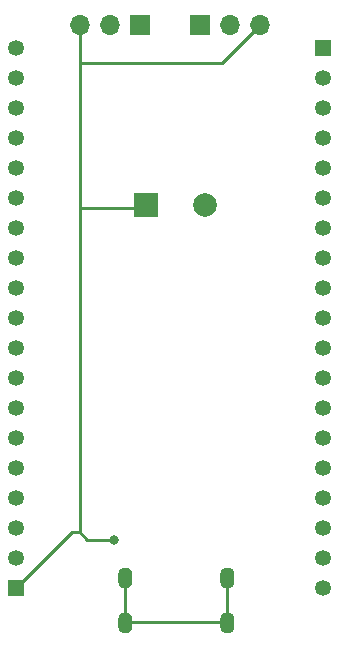
<source format=gbr>
%TF.GenerationSoftware,KiCad,Pcbnew,(5.1.12)-1*%
%TF.CreationDate,2022-08-02T20:23:38+02:00*%
%TF.ProjectId,esp32-led,65737033-322d-46c6-9564-2e6b69636164,rev?*%
%TF.SameCoordinates,Original*%
%TF.FileFunction,Copper,L1,Top*%
%TF.FilePolarity,Positive*%
%FSLAX46Y46*%
G04 Gerber Fmt 4.6, Leading zero omitted, Abs format (unit mm)*
G04 Created by KiCad (PCBNEW (5.1.12)-1) date 2022-08-02 20:23:38*
%MOMM*%
%LPD*%
G01*
G04 APERTURE LIST*
%TA.AperFunction,EtchedComponent*%
%ADD10C,0.010000*%
%TD*%
%TA.AperFunction,ComponentPad*%
%ADD11O,1.700000X1.700000*%
%TD*%
%TA.AperFunction,ComponentPad*%
%ADD12R,1.700000X1.700000*%
%TD*%
%TA.AperFunction,ComponentPad*%
%ADD13R,1.350000X1.350000*%
%TD*%
%TA.AperFunction,ComponentPad*%
%ADD14C,1.350000*%
%TD*%
%TA.AperFunction,ComponentPad*%
%ADD15O,0.800000X1.600000*%
%TD*%
%TA.AperFunction,ComponentPad*%
%ADD16C,2.000000*%
%TD*%
%TA.AperFunction,ComponentPad*%
%ADD17R,2.000000X2.000000*%
%TD*%
%TA.AperFunction,ViaPad*%
%ADD18C,0.800000*%
%TD*%
%TA.AperFunction,Conductor*%
%ADD19C,0.250000*%
%TD*%
G04 APERTURE END LIST*
D10*
%TO.C,J2*%
G36*
X171960000Y-98248000D02*
G01*
X171989000Y-98249000D01*
X172017000Y-98251000D01*
X172046000Y-98255000D01*
X172074000Y-98260000D01*
X172102000Y-98267000D01*
X172130000Y-98275000D01*
X172157000Y-98285000D01*
X172184000Y-98296000D01*
X172210000Y-98308000D01*
X172235000Y-98322000D01*
X172260000Y-98337000D01*
X172283000Y-98353000D01*
X172306000Y-98371000D01*
X172328000Y-98389000D01*
X172349000Y-98409000D01*
X172369000Y-98430000D01*
X172387000Y-98452000D01*
X172405000Y-98475000D01*
X172421000Y-98498000D01*
X172436000Y-98523000D01*
X172450000Y-98548000D01*
X172462000Y-98574000D01*
X172473000Y-98601000D01*
X172483000Y-98628000D01*
X172491000Y-98656000D01*
X172498000Y-98684000D01*
X172503000Y-98712000D01*
X172507000Y-98741000D01*
X172509000Y-98769000D01*
X172510000Y-98798000D01*
X172510000Y-99398000D01*
X172509000Y-99427000D01*
X172507000Y-99455000D01*
X172503000Y-99484000D01*
X172498000Y-99512000D01*
X172491000Y-99540000D01*
X172483000Y-99568000D01*
X172473000Y-99595000D01*
X172462000Y-99622000D01*
X172450000Y-99648000D01*
X172436000Y-99673000D01*
X172421000Y-99698000D01*
X172405000Y-99721000D01*
X172387000Y-99744000D01*
X172369000Y-99766000D01*
X172349000Y-99787000D01*
X172328000Y-99807000D01*
X172306000Y-99825000D01*
X172283000Y-99843000D01*
X172260000Y-99859000D01*
X172235000Y-99874000D01*
X172210000Y-99888000D01*
X172184000Y-99900000D01*
X172157000Y-99911000D01*
X172130000Y-99921000D01*
X172102000Y-99929000D01*
X172074000Y-99936000D01*
X172046000Y-99941000D01*
X172017000Y-99945000D01*
X171989000Y-99947000D01*
X171960000Y-99948000D01*
X171931000Y-99947000D01*
X171903000Y-99945000D01*
X171874000Y-99941000D01*
X171846000Y-99936000D01*
X171818000Y-99929000D01*
X171790000Y-99921000D01*
X171763000Y-99911000D01*
X171736000Y-99900000D01*
X171710000Y-99888000D01*
X171685000Y-99874000D01*
X171660000Y-99859000D01*
X171637000Y-99843000D01*
X171614000Y-99825000D01*
X171592000Y-99807000D01*
X171571000Y-99787000D01*
X171551000Y-99766000D01*
X171533000Y-99744000D01*
X171515000Y-99721000D01*
X171499000Y-99698000D01*
X171484000Y-99673000D01*
X171470000Y-99648000D01*
X171458000Y-99622000D01*
X171447000Y-99595000D01*
X171437000Y-99568000D01*
X171429000Y-99540000D01*
X171422000Y-99512000D01*
X171417000Y-99484000D01*
X171413000Y-99455000D01*
X171411000Y-99427000D01*
X171410000Y-99398000D01*
X171410000Y-98798000D01*
X171411000Y-98769000D01*
X171413000Y-98741000D01*
X171417000Y-98712000D01*
X171422000Y-98684000D01*
X171429000Y-98656000D01*
X171437000Y-98628000D01*
X171447000Y-98601000D01*
X171458000Y-98574000D01*
X171470000Y-98548000D01*
X171484000Y-98523000D01*
X171499000Y-98498000D01*
X171515000Y-98475000D01*
X171533000Y-98452000D01*
X171551000Y-98430000D01*
X171571000Y-98409000D01*
X171592000Y-98389000D01*
X171614000Y-98371000D01*
X171637000Y-98353000D01*
X171660000Y-98337000D01*
X171685000Y-98322000D01*
X171710000Y-98308000D01*
X171736000Y-98296000D01*
X171763000Y-98285000D01*
X171790000Y-98275000D01*
X171818000Y-98267000D01*
X171846000Y-98260000D01*
X171874000Y-98255000D01*
X171903000Y-98251000D01*
X171931000Y-98249000D01*
X171960000Y-98248000D01*
G37*
X171960000Y-98248000D02*
X171989000Y-98249000D01*
X172017000Y-98251000D01*
X172046000Y-98255000D01*
X172074000Y-98260000D01*
X172102000Y-98267000D01*
X172130000Y-98275000D01*
X172157000Y-98285000D01*
X172184000Y-98296000D01*
X172210000Y-98308000D01*
X172235000Y-98322000D01*
X172260000Y-98337000D01*
X172283000Y-98353000D01*
X172306000Y-98371000D01*
X172328000Y-98389000D01*
X172349000Y-98409000D01*
X172369000Y-98430000D01*
X172387000Y-98452000D01*
X172405000Y-98475000D01*
X172421000Y-98498000D01*
X172436000Y-98523000D01*
X172450000Y-98548000D01*
X172462000Y-98574000D01*
X172473000Y-98601000D01*
X172483000Y-98628000D01*
X172491000Y-98656000D01*
X172498000Y-98684000D01*
X172503000Y-98712000D01*
X172507000Y-98741000D01*
X172509000Y-98769000D01*
X172510000Y-98798000D01*
X172510000Y-99398000D01*
X172509000Y-99427000D01*
X172507000Y-99455000D01*
X172503000Y-99484000D01*
X172498000Y-99512000D01*
X172491000Y-99540000D01*
X172483000Y-99568000D01*
X172473000Y-99595000D01*
X172462000Y-99622000D01*
X172450000Y-99648000D01*
X172436000Y-99673000D01*
X172421000Y-99698000D01*
X172405000Y-99721000D01*
X172387000Y-99744000D01*
X172369000Y-99766000D01*
X172349000Y-99787000D01*
X172328000Y-99807000D01*
X172306000Y-99825000D01*
X172283000Y-99843000D01*
X172260000Y-99859000D01*
X172235000Y-99874000D01*
X172210000Y-99888000D01*
X172184000Y-99900000D01*
X172157000Y-99911000D01*
X172130000Y-99921000D01*
X172102000Y-99929000D01*
X172074000Y-99936000D01*
X172046000Y-99941000D01*
X172017000Y-99945000D01*
X171989000Y-99947000D01*
X171960000Y-99948000D01*
X171931000Y-99947000D01*
X171903000Y-99945000D01*
X171874000Y-99941000D01*
X171846000Y-99936000D01*
X171818000Y-99929000D01*
X171790000Y-99921000D01*
X171763000Y-99911000D01*
X171736000Y-99900000D01*
X171710000Y-99888000D01*
X171685000Y-99874000D01*
X171660000Y-99859000D01*
X171637000Y-99843000D01*
X171614000Y-99825000D01*
X171592000Y-99807000D01*
X171571000Y-99787000D01*
X171551000Y-99766000D01*
X171533000Y-99744000D01*
X171515000Y-99721000D01*
X171499000Y-99698000D01*
X171484000Y-99673000D01*
X171470000Y-99648000D01*
X171458000Y-99622000D01*
X171447000Y-99595000D01*
X171437000Y-99568000D01*
X171429000Y-99540000D01*
X171422000Y-99512000D01*
X171417000Y-99484000D01*
X171413000Y-99455000D01*
X171411000Y-99427000D01*
X171410000Y-99398000D01*
X171410000Y-98798000D01*
X171411000Y-98769000D01*
X171413000Y-98741000D01*
X171417000Y-98712000D01*
X171422000Y-98684000D01*
X171429000Y-98656000D01*
X171437000Y-98628000D01*
X171447000Y-98601000D01*
X171458000Y-98574000D01*
X171470000Y-98548000D01*
X171484000Y-98523000D01*
X171499000Y-98498000D01*
X171515000Y-98475000D01*
X171533000Y-98452000D01*
X171551000Y-98430000D01*
X171571000Y-98409000D01*
X171592000Y-98389000D01*
X171614000Y-98371000D01*
X171637000Y-98353000D01*
X171660000Y-98337000D01*
X171685000Y-98322000D01*
X171710000Y-98308000D01*
X171736000Y-98296000D01*
X171763000Y-98285000D01*
X171790000Y-98275000D01*
X171818000Y-98267000D01*
X171846000Y-98260000D01*
X171874000Y-98255000D01*
X171903000Y-98251000D01*
X171931000Y-98249000D01*
X171960000Y-98248000D01*
G36*
X163320000Y-98248000D02*
G01*
X163349000Y-98249000D01*
X163377000Y-98251000D01*
X163406000Y-98255000D01*
X163434000Y-98260000D01*
X163462000Y-98267000D01*
X163490000Y-98275000D01*
X163517000Y-98285000D01*
X163544000Y-98296000D01*
X163570000Y-98308000D01*
X163595000Y-98322000D01*
X163620000Y-98337000D01*
X163643000Y-98353000D01*
X163666000Y-98371000D01*
X163688000Y-98389000D01*
X163709000Y-98409000D01*
X163729000Y-98430000D01*
X163747000Y-98452000D01*
X163765000Y-98475000D01*
X163781000Y-98498000D01*
X163796000Y-98523000D01*
X163810000Y-98548000D01*
X163822000Y-98574000D01*
X163833000Y-98601000D01*
X163843000Y-98628000D01*
X163851000Y-98656000D01*
X163858000Y-98684000D01*
X163863000Y-98712000D01*
X163867000Y-98741000D01*
X163869000Y-98769000D01*
X163870000Y-98798000D01*
X163870000Y-99398000D01*
X163869000Y-99427000D01*
X163867000Y-99455000D01*
X163863000Y-99484000D01*
X163858000Y-99512000D01*
X163851000Y-99540000D01*
X163843000Y-99568000D01*
X163833000Y-99595000D01*
X163822000Y-99622000D01*
X163810000Y-99648000D01*
X163796000Y-99673000D01*
X163781000Y-99698000D01*
X163765000Y-99721000D01*
X163747000Y-99744000D01*
X163729000Y-99766000D01*
X163709000Y-99787000D01*
X163688000Y-99807000D01*
X163666000Y-99825000D01*
X163643000Y-99843000D01*
X163620000Y-99859000D01*
X163595000Y-99874000D01*
X163570000Y-99888000D01*
X163544000Y-99900000D01*
X163517000Y-99911000D01*
X163490000Y-99921000D01*
X163462000Y-99929000D01*
X163434000Y-99936000D01*
X163406000Y-99941000D01*
X163377000Y-99945000D01*
X163349000Y-99947000D01*
X163320000Y-99948000D01*
X163291000Y-99947000D01*
X163263000Y-99945000D01*
X163234000Y-99941000D01*
X163206000Y-99936000D01*
X163178000Y-99929000D01*
X163150000Y-99921000D01*
X163123000Y-99911000D01*
X163096000Y-99900000D01*
X163070000Y-99888000D01*
X163045000Y-99874000D01*
X163020000Y-99859000D01*
X162997000Y-99843000D01*
X162974000Y-99825000D01*
X162952000Y-99807000D01*
X162931000Y-99787000D01*
X162911000Y-99766000D01*
X162893000Y-99744000D01*
X162875000Y-99721000D01*
X162859000Y-99698000D01*
X162844000Y-99673000D01*
X162830000Y-99648000D01*
X162818000Y-99622000D01*
X162807000Y-99595000D01*
X162797000Y-99568000D01*
X162789000Y-99540000D01*
X162782000Y-99512000D01*
X162777000Y-99484000D01*
X162773000Y-99455000D01*
X162771000Y-99427000D01*
X162770000Y-99398000D01*
X162770000Y-98798000D01*
X162771000Y-98769000D01*
X162773000Y-98741000D01*
X162777000Y-98712000D01*
X162782000Y-98684000D01*
X162789000Y-98656000D01*
X162797000Y-98628000D01*
X162807000Y-98601000D01*
X162818000Y-98574000D01*
X162830000Y-98548000D01*
X162844000Y-98523000D01*
X162859000Y-98498000D01*
X162875000Y-98475000D01*
X162893000Y-98452000D01*
X162911000Y-98430000D01*
X162931000Y-98409000D01*
X162952000Y-98389000D01*
X162974000Y-98371000D01*
X162997000Y-98353000D01*
X163020000Y-98337000D01*
X163045000Y-98322000D01*
X163070000Y-98308000D01*
X163096000Y-98296000D01*
X163123000Y-98285000D01*
X163150000Y-98275000D01*
X163178000Y-98267000D01*
X163206000Y-98260000D01*
X163234000Y-98255000D01*
X163263000Y-98251000D01*
X163291000Y-98249000D01*
X163320000Y-98248000D01*
G37*
X163320000Y-98248000D02*
X163349000Y-98249000D01*
X163377000Y-98251000D01*
X163406000Y-98255000D01*
X163434000Y-98260000D01*
X163462000Y-98267000D01*
X163490000Y-98275000D01*
X163517000Y-98285000D01*
X163544000Y-98296000D01*
X163570000Y-98308000D01*
X163595000Y-98322000D01*
X163620000Y-98337000D01*
X163643000Y-98353000D01*
X163666000Y-98371000D01*
X163688000Y-98389000D01*
X163709000Y-98409000D01*
X163729000Y-98430000D01*
X163747000Y-98452000D01*
X163765000Y-98475000D01*
X163781000Y-98498000D01*
X163796000Y-98523000D01*
X163810000Y-98548000D01*
X163822000Y-98574000D01*
X163833000Y-98601000D01*
X163843000Y-98628000D01*
X163851000Y-98656000D01*
X163858000Y-98684000D01*
X163863000Y-98712000D01*
X163867000Y-98741000D01*
X163869000Y-98769000D01*
X163870000Y-98798000D01*
X163870000Y-99398000D01*
X163869000Y-99427000D01*
X163867000Y-99455000D01*
X163863000Y-99484000D01*
X163858000Y-99512000D01*
X163851000Y-99540000D01*
X163843000Y-99568000D01*
X163833000Y-99595000D01*
X163822000Y-99622000D01*
X163810000Y-99648000D01*
X163796000Y-99673000D01*
X163781000Y-99698000D01*
X163765000Y-99721000D01*
X163747000Y-99744000D01*
X163729000Y-99766000D01*
X163709000Y-99787000D01*
X163688000Y-99807000D01*
X163666000Y-99825000D01*
X163643000Y-99843000D01*
X163620000Y-99859000D01*
X163595000Y-99874000D01*
X163570000Y-99888000D01*
X163544000Y-99900000D01*
X163517000Y-99911000D01*
X163490000Y-99921000D01*
X163462000Y-99929000D01*
X163434000Y-99936000D01*
X163406000Y-99941000D01*
X163377000Y-99945000D01*
X163349000Y-99947000D01*
X163320000Y-99948000D01*
X163291000Y-99947000D01*
X163263000Y-99945000D01*
X163234000Y-99941000D01*
X163206000Y-99936000D01*
X163178000Y-99929000D01*
X163150000Y-99921000D01*
X163123000Y-99911000D01*
X163096000Y-99900000D01*
X163070000Y-99888000D01*
X163045000Y-99874000D01*
X163020000Y-99859000D01*
X162997000Y-99843000D01*
X162974000Y-99825000D01*
X162952000Y-99807000D01*
X162931000Y-99787000D01*
X162911000Y-99766000D01*
X162893000Y-99744000D01*
X162875000Y-99721000D01*
X162859000Y-99698000D01*
X162844000Y-99673000D01*
X162830000Y-99648000D01*
X162818000Y-99622000D01*
X162807000Y-99595000D01*
X162797000Y-99568000D01*
X162789000Y-99540000D01*
X162782000Y-99512000D01*
X162777000Y-99484000D01*
X162773000Y-99455000D01*
X162771000Y-99427000D01*
X162770000Y-99398000D01*
X162770000Y-98798000D01*
X162771000Y-98769000D01*
X162773000Y-98741000D01*
X162777000Y-98712000D01*
X162782000Y-98684000D01*
X162789000Y-98656000D01*
X162797000Y-98628000D01*
X162807000Y-98601000D01*
X162818000Y-98574000D01*
X162830000Y-98548000D01*
X162844000Y-98523000D01*
X162859000Y-98498000D01*
X162875000Y-98475000D01*
X162893000Y-98452000D01*
X162911000Y-98430000D01*
X162931000Y-98409000D01*
X162952000Y-98389000D01*
X162974000Y-98371000D01*
X162997000Y-98353000D01*
X163020000Y-98337000D01*
X163045000Y-98322000D01*
X163070000Y-98308000D01*
X163096000Y-98296000D01*
X163123000Y-98285000D01*
X163150000Y-98275000D01*
X163178000Y-98267000D01*
X163206000Y-98260000D01*
X163234000Y-98255000D01*
X163263000Y-98251000D01*
X163291000Y-98249000D01*
X163320000Y-98248000D01*
G36*
X171960000Y-94448000D02*
G01*
X171989000Y-94449000D01*
X172017000Y-94451000D01*
X172046000Y-94455000D01*
X172074000Y-94460000D01*
X172102000Y-94467000D01*
X172130000Y-94475000D01*
X172157000Y-94485000D01*
X172184000Y-94496000D01*
X172210000Y-94508000D01*
X172235000Y-94522000D01*
X172260000Y-94537000D01*
X172283000Y-94553000D01*
X172306000Y-94571000D01*
X172328000Y-94589000D01*
X172349000Y-94609000D01*
X172369000Y-94630000D01*
X172387000Y-94652000D01*
X172405000Y-94675000D01*
X172421000Y-94698000D01*
X172436000Y-94723000D01*
X172450000Y-94748000D01*
X172462000Y-94774000D01*
X172473000Y-94801000D01*
X172483000Y-94828000D01*
X172491000Y-94856000D01*
X172498000Y-94884000D01*
X172503000Y-94912000D01*
X172507000Y-94941000D01*
X172509000Y-94969000D01*
X172510000Y-94998000D01*
X172510000Y-95598000D01*
X172509000Y-95627000D01*
X172507000Y-95655000D01*
X172503000Y-95684000D01*
X172498000Y-95712000D01*
X172491000Y-95740000D01*
X172483000Y-95768000D01*
X172473000Y-95795000D01*
X172462000Y-95822000D01*
X172450000Y-95848000D01*
X172436000Y-95873000D01*
X172421000Y-95898000D01*
X172405000Y-95921000D01*
X172387000Y-95944000D01*
X172369000Y-95966000D01*
X172349000Y-95987000D01*
X172328000Y-96007000D01*
X172306000Y-96025000D01*
X172283000Y-96043000D01*
X172260000Y-96059000D01*
X172235000Y-96074000D01*
X172210000Y-96088000D01*
X172184000Y-96100000D01*
X172157000Y-96111000D01*
X172130000Y-96121000D01*
X172102000Y-96129000D01*
X172074000Y-96136000D01*
X172046000Y-96141000D01*
X172017000Y-96145000D01*
X171989000Y-96147000D01*
X171960000Y-96148000D01*
X171931000Y-96147000D01*
X171903000Y-96145000D01*
X171874000Y-96141000D01*
X171846000Y-96136000D01*
X171818000Y-96129000D01*
X171790000Y-96121000D01*
X171763000Y-96111000D01*
X171736000Y-96100000D01*
X171710000Y-96088000D01*
X171685000Y-96074000D01*
X171660000Y-96059000D01*
X171637000Y-96043000D01*
X171614000Y-96025000D01*
X171592000Y-96007000D01*
X171571000Y-95987000D01*
X171551000Y-95966000D01*
X171533000Y-95944000D01*
X171515000Y-95921000D01*
X171499000Y-95898000D01*
X171484000Y-95873000D01*
X171470000Y-95848000D01*
X171458000Y-95822000D01*
X171447000Y-95795000D01*
X171437000Y-95768000D01*
X171429000Y-95740000D01*
X171422000Y-95712000D01*
X171417000Y-95684000D01*
X171413000Y-95655000D01*
X171411000Y-95627000D01*
X171410000Y-95598000D01*
X171410000Y-94998000D01*
X171411000Y-94969000D01*
X171413000Y-94941000D01*
X171417000Y-94912000D01*
X171422000Y-94884000D01*
X171429000Y-94856000D01*
X171437000Y-94828000D01*
X171447000Y-94801000D01*
X171458000Y-94774000D01*
X171470000Y-94748000D01*
X171484000Y-94723000D01*
X171499000Y-94698000D01*
X171515000Y-94675000D01*
X171533000Y-94652000D01*
X171551000Y-94630000D01*
X171571000Y-94609000D01*
X171592000Y-94589000D01*
X171614000Y-94571000D01*
X171637000Y-94553000D01*
X171660000Y-94537000D01*
X171685000Y-94522000D01*
X171710000Y-94508000D01*
X171736000Y-94496000D01*
X171763000Y-94485000D01*
X171790000Y-94475000D01*
X171818000Y-94467000D01*
X171846000Y-94460000D01*
X171874000Y-94455000D01*
X171903000Y-94451000D01*
X171931000Y-94449000D01*
X171960000Y-94448000D01*
G37*
X171960000Y-94448000D02*
X171989000Y-94449000D01*
X172017000Y-94451000D01*
X172046000Y-94455000D01*
X172074000Y-94460000D01*
X172102000Y-94467000D01*
X172130000Y-94475000D01*
X172157000Y-94485000D01*
X172184000Y-94496000D01*
X172210000Y-94508000D01*
X172235000Y-94522000D01*
X172260000Y-94537000D01*
X172283000Y-94553000D01*
X172306000Y-94571000D01*
X172328000Y-94589000D01*
X172349000Y-94609000D01*
X172369000Y-94630000D01*
X172387000Y-94652000D01*
X172405000Y-94675000D01*
X172421000Y-94698000D01*
X172436000Y-94723000D01*
X172450000Y-94748000D01*
X172462000Y-94774000D01*
X172473000Y-94801000D01*
X172483000Y-94828000D01*
X172491000Y-94856000D01*
X172498000Y-94884000D01*
X172503000Y-94912000D01*
X172507000Y-94941000D01*
X172509000Y-94969000D01*
X172510000Y-94998000D01*
X172510000Y-95598000D01*
X172509000Y-95627000D01*
X172507000Y-95655000D01*
X172503000Y-95684000D01*
X172498000Y-95712000D01*
X172491000Y-95740000D01*
X172483000Y-95768000D01*
X172473000Y-95795000D01*
X172462000Y-95822000D01*
X172450000Y-95848000D01*
X172436000Y-95873000D01*
X172421000Y-95898000D01*
X172405000Y-95921000D01*
X172387000Y-95944000D01*
X172369000Y-95966000D01*
X172349000Y-95987000D01*
X172328000Y-96007000D01*
X172306000Y-96025000D01*
X172283000Y-96043000D01*
X172260000Y-96059000D01*
X172235000Y-96074000D01*
X172210000Y-96088000D01*
X172184000Y-96100000D01*
X172157000Y-96111000D01*
X172130000Y-96121000D01*
X172102000Y-96129000D01*
X172074000Y-96136000D01*
X172046000Y-96141000D01*
X172017000Y-96145000D01*
X171989000Y-96147000D01*
X171960000Y-96148000D01*
X171931000Y-96147000D01*
X171903000Y-96145000D01*
X171874000Y-96141000D01*
X171846000Y-96136000D01*
X171818000Y-96129000D01*
X171790000Y-96121000D01*
X171763000Y-96111000D01*
X171736000Y-96100000D01*
X171710000Y-96088000D01*
X171685000Y-96074000D01*
X171660000Y-96059000D01*
X171637000Y-96043000D01*
X171614000Y-96025000D01*
X171592000Y-96007000D01*
X171571000Y-95987000D01*
X171551000Y-95966000D01*
X171533000Y-95944000D01*
X171515000Y-95921000D01*
X171499000Y-95898000D01*
X171484000Y-95873000D01*
X171470000Y-95848000D01*
X171458000Y-95822000D01*
X171447000Y-95795000D01*
X171437000Y-95768000D01*
X171429000Y-95740000D01*
X171422000Y-95712000D01*
X171417000Y-95684000D01*
X171413000Y-95655000D01*
X171411000Y-95627000D01*
X171410000Y-95598000D01*
X171410000Y-94998000D01*
X171411000Y-94969000D01*
X171413000Y-94941000D01*
X171417000Y-94912000D01*
X171422000Y-94884000D01*
X171429000Y-94856000D01*
X171437000Y-94828000D01*
X171447000Y-94801000D01*
X171458000Y-94774000D01*
X171470000Y-94748000D01*
X171484000Y-94723000D01*
X171499000Y-94698000D01*
X171515000Y-94675000D01*
X171533000Y-94652000D01*
X171551000Y-94630000D01*
X171571000Y-94609000D01*
X171592000Y-94589000D01*
X171614000Y-94571000D01*
X171637000Y-94553000D01*
X171660000Y-94537000D01*
X171685000Y-94522000D01*
X171710000Y-94508000D01*
X171736000Y-94496000D01*
X171763000Y-94485000D01*
X171790000Y-94475000D01*
X171818000Y-94467000D01*
X171846000Y-94460000D01*
X171874000Y-94455000D01*
X171903000Y-94451000D01*
X171931000Y-94449000D01*
X171960000Y-94448000D01*
G36*
X163320000Y-94448000D02*
G01*
X163349000Y-94449000D01*
X163377000Y-94451000D01*
X163406000Y-94455000D01*
X163434000Y-94460000D01*
X163462000Y-94467000D01*
X163490000Y-94475000D01*
X163517000Y-94485000D01*
X163544000Y-94496000D01*
X163570000Y-94508000D01*
X163595000Y-94522000D01*
X163620000Y-94537000D01*
X163643000Y-94553000D01*
X163666000Y-94571000D01*
X163688000Y-94589000D01*
X163709000Y-94609000D01*
X163729000Y-94630000D01*
X163747000Y-94652000D01*
X163765000Y-94675000D01*
X163781000Y-94698000D01*
X163796000Y-94723000D01*
X163810000Y-94748000D01*
X163822000Y-94774000D01*
X163833000Y-94801000D01*
X163843000Y-94828000D01*
X163851000Y-94856000D01*
X163858000Y-94884000D01*
X163863000Y-94912000D01*
X163867000Y-94941000D01*
X163869000Y-94969000D01*
X163870000Y-94998000D01*
X163870000Y-95598000D01*
X163869000Y-95627000D01*
X163867000Y-95655000D01*
X163863000Y-95684000D01*
X163858000Y-95712000D01*
X163851000Y-95740000D01*
X163843000Y-95768000D01*
X163833000Y-95795000D01*
X163822000Y-95822000D01*
X163810000Y-95848000D01*
X163796000Y-95873000D01*
X163781000Y-95898000D01*
X163765000Y-95921000D01*
X163747000Y-95944000D01*
X163729000Y-95966000D01*
X163709000Y-95987000D01*
X163688000Y-96007000D01*
X163666000Y-96025000D01*
X163643000Y-96043000D01*
X163620000Y-96059000D01*
X163595000Y-96074000D01*
X163570000Y-96088000D01*
X163544000Y-96100000D01*
X163517000Y-96111000D01*
X163490000Y-96121000D01*
X163462000Y-96129000D01*
X163434000Y-96136000D01*
X163406000Y-96141000D01*
X163377000Y-96145000D01*
X163349000Y-96147000D01*
X163320000Y-96148000D01*
X163291000Y-96147000D01*
X163263000Y-96145000D01*
X163234000Y-96141000D01*
X163206000Y-96136000D01*
X163178000Y-96129000D01*
X163150000Y-96121000D01*
X163123000Y-96111000D01*
X163096000Y-96100000D01*
X163070000Y-96088000D01*
X163045000Y-96074000D01*
X163020000Y-96059000D01*
X162997000Y-96043000D01*
X162974000Y-96025000D01*
X162952000Y-96007000D01*
X162931000Y-95987000D01*
X162911000Y-95966000D01*
X162893000Y-95944000D01*
X162875000Y-95921000D01*
X162859000Y-95898000D01*
X162844000Y-95873000D01*
X162830000Y-95848000D01*
X162818000Y-95822000D01*
X162807000Y-95795000D01*
X162797000Y-95768000D01*
X162789000Y-95740000D01*
X162782000Y-95712000D01*
X162777000Y-95684000D01*
X162773000Y-95655000D01*
X162771000Y-95627000D01*
X162770000Y-95598000D01*
X162770000Y-94998000D01*
X162771000Y-94969000D01*
X162773000Y-94941000D01*
X162777000Y-94912000D01*
X162782000Y-94884000D01*
X162789000Y-94856000D01*
X162797000Y-94828000D01*
X162807000Y-94801000D01*
X162818000Y-94774000D01*
X162830000Y-94748000D01*
X162844000Y-94723000D01*
X162859000Y-94698000D01*
X162875000Y-94675000D01*
X162893000Y-94652000D01*
X162911000Y-94630000D01*
X162931000Y-94609000D01*
X162952000Y-94589000D01*
X162974000Y-94571000D01*
X162997000Y-94553000D01*
X163020000Y-94537000D01*
X163045000Y-94522000D01*
X163070000Y-94508000D01*
X163096000Y-94496000D01*
X163123000Y-94485000D01*
X163150000Y-94475000D01*
X163178000Y-94467000D01*
X163206000Y-94460000D01*
X163234000Y-94455000D01*
X163263000Y-94451000D01*
X163291000Y-94449000D01*
X163320000Y-94448000D01*
G37*
X163320000Y-94448000D02*
X163349000Y-94449000D01*
X163377000Y-94451000D01*
X163406000Y-94455000D01*
X163434000Y-94460000D01*
X163462000Y-94467000D01*
X163490000Y-94475000D01*
X163517000Y-94485000D01*
X163544000Y-94496000D01*
X163570000Y-94508000D01*
X163595000Y-94522000D01*
X163620000Y-94537000D01*
X163643000Y-94553000D01*
X163666000Y-94571000D01*
X163688000Y-94589000D01*
X163709000Y-94609000D01*
X163729000Y-94630000D01*
X163747000Y-94652000D01*
X163765000Y-94675000D01*
X163781000Y-94698000D01*
X163796000Y-94723000D01*
X163810000Y-94748000D01*
X163822000Y-94774000D01*
X163833000Y-94801000D01*
X163843000Y-94828000D01*
X163851000Y-94856000D01*
X163858000Y-94884000D01*
X163863000Y-94912000D01*
X163867000Y-94941000D01*
X163869000Y-94969000D01*
X163870000Y-94998000D01*
X163870000Y-95598000D01*
X163869000Y-95627000D01*
X163867000Y-95655000D01*
X163863000Y-95684000D01*
X163858000Y-95712000D01*
X163851000Y-95740000D01*
X163843000Y-95768000D01*
X163833000Y-95795000D01*
X163822000Y-95822000D01*
X163810000Y-95848000D01*
X163796000Y-95873000D01*
X163781000Y-95898000D01*
X163765000Y-95921000D01*
X163747000Y-95944000D01*
X163729000Y-95966000D01*
X163709000Y-95987000D01*
X163688000Y-96007000D01*
X163666000Y-96025000D01*
X163643000Y-96043000D01*
X163620000Y-96059000D01*
X163595000Y-96074000D01*
X163570000Y-96088000D01*
X163544000Y-96100000D01*
X163517000Y-96111000D01*
X163490000Y-96121000D01*
X163462000Y-96129000D01*
X163434000Y-96136000D01*
X163406000Y-96141000D01*
X163377000Y-96145000D01*
X163349000Y-96147000D01*
X163320000Y-96148000D01*
X163291000Y-96147000D01*
X163263000Y-96145000D01*
X163234000Y-96141000D01*
X163206000Y-96136000D01*
X163178000Y-96129000D01*
X163150000Y-96121000D01*
X163123000Y-96111000D01*
X163096000Y-96100000D01*
X163070000Y-96088000D01*
X163045000Y-96074000D01*
X163020000Y-96059000D01*
X162997000Y-96043000D01*
X162974000Y-96025000D01*
X162952000Y-96007000D01*
X162931000Y-95987000D01*
X162911000Y-95966000D01*
X162893000Y-95944000D01*
X162875000Y-95921000D01*
X162859000Y-95898000D01*
X162844000Y-95873000D01*
X162830000Y-95848000D01*
X162818000Y-95822000D01*
X162807000Y-95795000D01*
X162797000Y-95768000D01*
X162789000Y-95740000D01*
X162782000Y-95712000D01*
X162777000Y-95684000D01*
X162773000Y-95655000D01*
X162771000Y-95627000D01*
X162770000Y-95598000D01*
X162770000Y-94998000D01*
X162771000Y-94969000D01*
X162773000Y-94941000D01*
X162777000Y-94912000D01*
X162782000Y-94884000D01*
X162789000Y-94856000D01*
X162797000Y-94828000D01*
X162807000Y-94801000D01*
X162818000Y-94774000D01*
X162830000Y-94748000D01*
X162844000Y-94723000D01*
X162859000Y-94698000D01*
X162875000Y-94675000D01*
X162893000Y-94652000D01*
X162911000Y-94630000D01*
X162931000Y-94609000D01*
X162952000Y-94589000D01*
X162974000Y-94571000D01*
X162997000Y-94553000D01*
X163020000Y-94537000D01*
X163045000Y-94522000D01*
X163070000Y-94508000D01*
X163096000Y-94496000D01*
X163123000Y-94485000D01*
X163150000Y-94475000D01*
X163178000Y-94467000D01*
X163206000Y-94460000D01*
X163234000Y-94455000D01*
X163263000Y-94451000D01*
X163291000Y-94449000D01*
X163320000Y-94448000D01*
%TD*%
D11*
%TO.P,J3,3*%
%TO.N,+5V*%
X174752000Y-48514000D03*
%TO.P,J3,2*%
%TO.N,DATA*%
X172212000Y-48514000D03*
D12*
%TO.P,J3,1*%
%TO.N,GND*%
X169672000Y-48514000D03*
%TD*%
D13*
%TO.P,U2,J4_1*%
%TO.N,GND*%
X180105354Y-50440000D03*
D14*
%TO.P,U2,J4_2*%
%TO.N,Net-(U2-PadJ4_2)*%
X180105354Y-52980000D03*
%TO.P,U2,J4_3*%
%TO.N,Net-(U2-PadJ4_3)*%
X180105354Y-55520000D03*
%TO.P,U2,J4_4*%
%TO.N,Net-(U2-PadJ4_4)*%
X180105354Y-58060000D03*
%TO.P,U2,J4_5*%
%TO.N,Net-(U2-PadJ4_5)*%
X180105354Y-60600000D03*
%TO.P,U2,J4_6*%
%TO.N,Net-(U2-PadJ4_6)*%
X180105354Y-63140000D03*
%TO.P,U2,J4_7*%
%TO.N,GND*%
X180105354Y-65680000D03*
%TO.P,U2,J4_8*%
%TO.N,Net-(U2-PadJ4_8)*%
X180105354Y-68220000D03*
%TO.P,U2,J4_9*%
%TO.N,Net-(U2-PadJ4_9)*%
X180105354Y-70760000D03*
%TO.P,U2,J4_10*%
%TO.N,Net-(U2-PadJ4_10)*%
X180105354Y-73300000D03*
%TO.P,U2,J4_11*%
%TO.N,Net-(U2-PadJ4_11)*%
X180105354Y-75840000D03*
%TO.P,U2,J4_12*%
%TO.N,Net-(U2-PadJ4_12)*%
X180105354Y-78380000D03*
%TO.P,U2,J4_13*%
%TO.N,GPIO4*%
X180105354Y-80920000D03*
%TO.P,U2,J4_14*%
%TO.N,Net-(U2-PadJ4_14)*%
X180105354Y-83460000D03*
%TO.P,U2,J4_15*%
%TO.N,Net-(U2-PadJ4_15)*%
X180105354Y-86000000D03*
%TO.P,U2,J4_16*%
%TO.N,Net-(U2-PadJ4_16)*%
X180105354Y-88540000D03*
%TO.P,U2,J4_17*%
%TO.N,Net-(U2-PadJ4_17)*%
X180105354Y-91080000D03*
%TO.P,U2,J4_18*%
%TO.N,Net-(U2-PadJ4_18)*%
X180105354Y-93620000D03*
%TO.P,U2,J4_19*%
%TO.N,Net-(U2-PadJ4_19)*%
X180105354Y-96160000D03*
%TO.P,U2,J5_2*%
%TO.N,Net-(U2-PadJ5_2)*%
X154105354Y-93620000D03*
%TO.P,U2,J5_3*%
%TO.N,Net-(U2-PadJ5_3)*%
X154105354Y-91080000D03*
%TO.P,U2,J5_4*%
%TO.N,Net-(U2-PadJ5_4)*%
X154105354Y-88540000D03*
%TO.P,U2,J5_5*%
%TO.N,Net-(U2-PadJ5_5)*%
X154105354Y-86000000D03*
%TO.P,U2,J5_6*%
%TO.N,GND*%
X154105354Y-83460000D03*
%TO.P,U2,J5_7*%
%TO.N,Net-(U2-PadJ5_7)*%
X154105354Y-80920000D03*
%TO.P,U2,J5_8*%
%TO.N,Net-(U2-PadJ5_8)*%
X154105354Y-78380000D03*
%TO.P,U2,J5_9*%
%TO.N,Net-(U2-PadJ5_9)*%
X154105354Y-75840000D03*
%TO.P,U2,J5_10*%
%TO.N,Net-(U2-PadJ5_10)*%
X154105354Y-73300000D03*
%TO.P,U2,J5_11*%
%TO.N,Net-(U2-PadJ5_11)*%
X154105354Y-70760000D03*
%TO.P,U2,J5_12*%
%TO.N,Net-(U2-PadJ5_12)*%
X154105354Y-68220000D03*
%TO.P,U2,J5_13*%
%TO.N,Net-(U2-PadJ5_13)*%
X154105354Y-65680000D03*
%TO.P,U2,J5_14*%
%TO.N,Net-(U2-PadJ5_14)*%
X154105354Y-63140000D03*
%TO.P,U2,J5_15*%
%TO.N,Net-(U2-PadJ5_15)*%
X154105354Y-60600000D03*
%TO.P,U2,J5_16*%
%TO.N,Net-(U2-PadJ5_16)*%
X154105354Y-58060000D03*
%TO.P,U2,J5_17*%
%TO.N,Net-(U2-PadJ5_17)*%
X154105354Y-55520000D03*
D13*
%TO.P,U2,J5_1*%
%TO.N,+5V*%
X154105354Y-96160000D03*
D14*
%TO.P,U2,J5_18*%
%TO.N,Net-(U2-PadJ5_18)*%
X154105354Y-52980000D03*
%TO.P,U2,J5_19*%
%TO.N,Net-(U2-PadJ5_19)*%
X154105354Y-50440000D03*
%TD*%
D15*
%TO.P,J2,S4*%
%TO.N,Net-(J2-PadS1)*%
X163320000Y-99098000D03*
%TO.P,J2,S3*%
X171960000Y-99098000D03*
%TO.P,J2,S2*%
X163320000Y-95298000D03*
%TO.P,J2,S1*%
X171960000Y-95298000D03*
%TD*%
D11*
%TO.P,J1,3*%
%TO.N,+5V*%
X159512000Y-48514000D03*
%TO.P,J1,2*%
%TO.N,DATA*%
X162052000Y-48514000D03*
D12*
%TO.P,J1,1*%
%TO.N,GND*%
X164592000Y-48514000D03*
%TD*%
D16*
%TO.P,C1,2*%
%TO.N,GND*%
X170100000Y-63754000D03*
D17*
%TO.P,C1,1*%
%TO.N,+5V*%
X165100000Y-63754000D03*
%TD*%
D18*
%TO.N,+5V*%
X162437000Y-92079000D03*
%TD*%
D19*
%TO.N,+5V*%
X162437000Y-92079000D02*
X160151000Y-92079000D01*
X160151000Y-92079000D02*
X159512000Y-91440000D01*
X159512000Y-91440000D02*
X158825354Y-91440000D01*
X159512000Y-64008000D02*
X164846000Y-64008000D01*
X164846000Y-64008000D02*
X165100000Y-63754000D01*
X159512000Y-91440000D02*
X159512000Y-64008000D01*
X159512000Y-48768000D02*
X159829500Y-48450500D01*
X158825354Y-91440000D02*
X154105354Y-96160000D01*
X159512000Y-51689000D02*
X159512000Y-48514000D01*
X159512000Y-64008000D02*
X159512000Y-51689000D01*
X171577000Y-51689000D02*
X174752000Y-48514000D01*
X159512000Y-51689000D02*
X171577000Y-51689000D01*
%TO.N,Net-(J2-PadS1)*%
X163320000Y-95298000D02*
X163320000Y-99098000D01*
X163320000Y-99098000D02*
X171960000Y-99098000D01*
X171960000Y-99098000D02*
X171960000Y-95298000D01*
%TD*%
M02*

</source>
